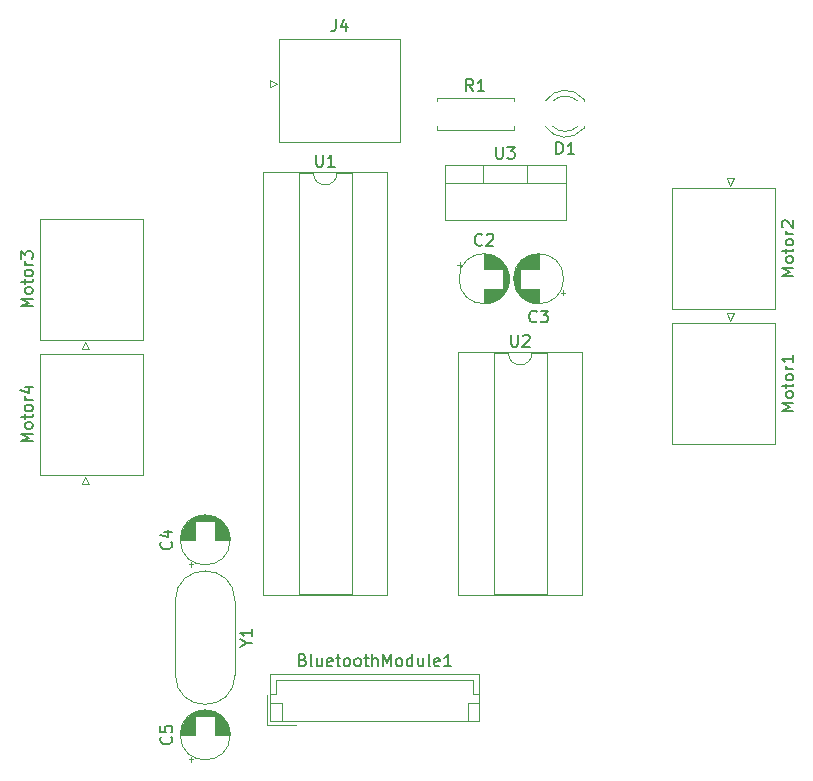
<source format=gbr>
G04 #@! TF.GenerationSoftware,KiCad,Pcbnew,(5.0.1)-4*
G04 #@! TF.CreationDate,2020-01-15T00:06:17+05:45*
G04 #@! TF.ProjectId,RC_Car,52435F4361722E6B696361645F706362,rev?*
G04 #@! TF.SameCoordinates,Original*
G04 #@! TF.FileFunction,Legend,Top*
G04 #@! TF.FilePolarity,Positive*
%FSLAX46Y46*%
G04 Gerber Fmt 4.6, Leading zero omitted, Abs format (unit mm)*
G04 Created by KiCad (PCBNEW (5.0.1)-4) date 15-Jan-20 12:06:17 AM*
%MOMM*%
%LPD*%
G01*
G04 APERTURE LIST*
%ADD10C,0.120000*%
%ADD11C,0.150000*%
G04 APERTURE END LIST*
D10*
G04 #@! TO.C,C2*
X62180199Y-39245000D02*
X62180199Y-39645000D01*
X61980199Y-39445000D02*
X62380199Y-39445000D01*
X66331000Y-40270000D02*
X66331000Y-41010000D01*
X66291000Y-40103000D02*
X66291000Y-41177000D01*
X66251000Y-39976000D02*
X66251000Y-41304000D01*
X66211000Y-39872000D02*
X66211000Y-41408000D01*
X66171000Y-39781000D02*
X66171000Y-41499000D01*
X66131000Y-39700000D02*
X66131000Y-41580000D01*
X66091000Y-39627000D02*
X66091000Y-41653000D01*
X66051000Y-39560000D02*
X66051000Y-41720000D01*
X66011000Y-39498000D02*
X66011000Y-41782000D01*
X65971000Y-39440000D02*
X65971000Y-41840000D01*
X65931000Y-39386000D02*
X65931000Y-41894000D01*
X65891000Y-39336000D02*
X65891000Y-41944000D01*
X65851000Y-39289000D02*
X65851000Y-41991000D01*
X65811000Y-41480000D02*
X65811000Y-42036000D01*
X65811000Y-39244000D02*
X65811000Y-39800000D01*
X65771000Y-41480000D02*
X65771000Y-42078000D01*
X65771000Y-39202000D02*
X65771000Y-39800000D01*
X65731000Y-41480000D02*
X65731000Y-42118000D01*
X65731000Y-39162000D02*
X65731000Y-39800000D01*
X65691000Y-41480000D02*
X65691000Y-42156000D01*
X65691000Y-39124000D02*
X65691000Y-39800000D01*
X65651000Y-41480000D02*
X65651000Y-42192000D01*
X65651000Y-39088000D02*
X65651000Y-39800000D01*
X65611000Y-41480000D02*
X65611000Y-42227000D01*
X65611000Y-39053000D02*
X65611000Y-39800000D01*
X65571000Y-41480000D02*
X65571000Y-42259000D01*
X65571000Y-39021000D02*
X65571000Y-39800000D01*
X65531000Y-41480000D02*
X65531000Y-42290000D01*
X65531000Y-38990000D02*
X65531000Y-39800000D01*
X65491000Y-41480000D02*
X65491000Y-42320000D01*
X65491000Y-38960000D02*
X65491000Y-39800000D01*
X65451000Y-41480000D02*
X65451000Y-42348000D01*
X65451000Y-38932000D02*
X65451000Y-39800000D01*
X65411000Y-41480000D02*
X65411000Y-42375000D01*
X65411000Y-38905000D02*
X65411000Y-39800000D01*
X65371000Y-41480000D02*
X65371000Y-42400000D01*
X65371000Y-38880000D02*
X65371000Y-39800000D01*
X65331000Y-41480000D02*
X65331000Y-42425000D01*
X65331000Y-38855000D02*
X65331000Y-39800000D01*
X65291000Y-41480000D02*
X65291000Y-42448000D01*
X65291000Y-38832000D02*
X65291000Y-39800000D01*
X65251000Y-41480000D02*
X65251000Y-42470000D01*
X65251000Y-38810000D02*
X65251000Y-39800000D01*
X65211000Y-41480000D02*
X65211000Y-42491000D01*
X65211000Y-38789000D02*
X65211000Y-39800000D01*
X65171000Y-41480000D02*
X65171000Y-42510000D01*
X65171000Y-38770000D02*
X65171000Y-39800000D01*
X65131000Y-41480000D02*
X65131000Y-42529000D01*
X65131000Y-38751000D02*
X65131000Y-39800000D01*
X65091000Y-41480000D02*
X65091000Y-42547000D01*
X65091000Y-38733000D02*
X65091000Y-39800000D01*
X65051000Y-41480000D02*
X65051000Y-42564000D01*
X65051000Y-38716000D02*
X65051000Y-39800000D01*
X65011000Y-41480000D02*
X65011000Y-42580000D01*
X65011000Y-38700000D02*
X65011000Y-39800000D01*
X64971000Y-41480000D02*
X64971000Y-42594000D01*
X64971000Y-38686000D02*
X64971000Y-39800000D01*
X64930000Y-41480000D02*
X64930000Y-42608000D01*
X64930000Y-38672000D02*
X64930000Y-39800000D01*
X64890000Y-41480000D02*
X64890000Y-42622000D01*
X64890000Y-38658000D02*
X64890000Y-39800000D01*
X64850000Y-41480000D02*
X64850000Y-42634000D01*
X64850000Y-38646000D02*
X64850000Y-39800000D01*
X64810000Y-41480000D02*
X64810000Y-42645000D01*
X64810000Y-38635000D02*
X64810000Y-39800000D01*
X64770000Y-41480000D02*
X64770000Y-42656000D01*
X64770000Y-38624000D02*
X64770000Y-39800000D01*
X64730000Y-41480000D02*
X64730000Y-42665000D01*
X64730000Y-38615000D02*
X64730000Y-39800000D01*
X64690000Y-41480000D02*
X64690000Y-42674000D01*
X64690000Y-38606000D02*
X64690000Y-39800000D01*
X64650000Y-41480000D02*
X64650000Y-42682000D01*
X64650000Y-38598000D02*
X64650000Y-39800000D01*
X64610000Y-41480000D02*
X64610000Y-42690000D01*
X64610000Y-38590000D02*
X64610000Y-39800000D01*
X64570000Y-41480000D02*
X64570000Y-42696000D01*
X64570000Y-38584000D02*
X64570000Y-39800000D01*
X64530000Y-41480000D02*
X64530000Y-42702000D01*
X64530000Y-38578000D02*
X64530000Y-39800000D01*
X64490000Y-41480000D02*
X64490000Y-42707000D01*
X64490000Y-38573000D02*
X64490000Y-39800000D01*
X64450000Y-41480000D02*
X64450000Y-42711000D01*
X64450000Y-38569000D02*
X64450000Y-39800000D01*
X64410000Y-41480000D02*
X64410000Y-42714000D01*
X64410000Y-38566000D02*
X64410000Y-39800000D01*
X64370000Y-41480000D02*
X64370000Y-42717000D01*
X64370000Y-38563000D02*
X64370000Y-39800000D01*
X64330000Y-38561000D02*
X64330000Y-39800000D01*
X64330000Y-41480000D02*
X64330000Y-42719000D01*
X64290000Y-38560000D02*
X64290000Y-39800000D01*
X64290000Y-41480000D02*
X64290000Y-42720000D01*
X64250000Y-38560000D02*
X64250000Y-39800000D01*
X64250000Y-41480000D02*
X64250000Y-42720000D01*
X66370000Y-40640000D02*
G75*
G03X66370000Y-40640000I-2120000J0D01*
G01*
G04 #@! TO.C,C3*
X70990000Y-40640000D02*
G75*
G03X70990000Y-40640000I-2120000J0D01*
G01*
X68870000Y-39800000D02*
X68870000Y-38560000D01*
X68870000Y-42720000D02*
X68870000Y-41480000D01*
X68830000Y-39800000D02*
X68830000Y-38560000D01*
X68830000Y-42720000D02*
X68830000Y-41480000D01*
X68790000Y-39800000D02*
X68790000Y-38561000D01*
X68790000Y-42719000D02*
X68790000Y-41480000D01*
X68750000Y-42717000D02*
X68750000Y-41480000D01*
X68750000Y-39800000D02*
X68750000Y-38563000D01*
X68710000Y-42714000D02*
X68710000Y-41480000D01*
X68710000Y-39800000D02*
X68710000Y-38566000D01*
X68670000Y-42711000D02*
X68670000Y-41480000D01*
X68670000Y-39800000D02*
X68670000Y-38569000D01*
X68630000Y-42707000D02*
X68630000Y-41480000D01*
X68630000Y-39800000D02*
X68630000Y-38573000D01*
X68590000Y-42702000D02*
X68590000Y-41480000D01*
X68590000Y-39800000D02*
X68590000Y-38578000D01*
X68550000Y-42696000D02*
X68550000Y-41480000D01*
X68550000Y-39800000D02*
X68550000Y-38584000D01*
X68510000Y-42690000D02*
X68510000Y-41480000D01*
X68510000Y-39800000D02*
X68510000Y-38590000D01*
X68470000Y-42682000D02*
X68470000Y-41480000D01*
X68470000Y-39800000D02*
X68470000Y-38598000D01*
X68430000Y-42674000D02*
X68430000Y-41480000D01*
X68430000Y-39800000D02*
X68430000Y-38606000D01*
X68390000Y-42665000D02*
X68390000Y-41480000D01*
X68390000Y-39800000D02*
X68390000Y-38615000D01*
X68350000Y-42656000D02*
X68350000Y-41480000D01*
X68350000Y-39800000D02*
X68350000Y-38624000D01*
X68310000Y-42645000D02*
X68310000Y-41480000D01*
X68310000Y-39800000D02*
X68310000Y-38635000D01*
X68270000Y-42634000D02*
X68270000Y-41480000D01*
X68270000Y-39800000D02*
X68270000Y-38646000D01*
X68230000Y-42622000D02*
X68230000Y-41480000D01*
X68230000Y-39800000D02*
X68230000Y-38658000D01*
X68190000Y-42608000D02*
X68190000Y-41480000D01*
X68190000Y-39800000D02*
X68190000Y-38672000D01*
X68149000Y-42594000D02*
X68149000Y-41480000D01*
X68149000Y-39800000D02*
X68149000Y-38686000D01*
X68109000Y-42580000D02*
X68109000Y-41480000D01*
X68109000Y-39800000D02*
X68109000Y-38700000D01*
X68069000Y-42564000D02*
X68069000Y-41480000D01*
X68069000Y-39800000D02*
X68069000Y-38716000D01*
X68029000Y-42547000D02*
X68029000Y-41480000D01*
X68029000Y-39800000D02*
X68029000Y-38733000D01*
X67989000Y-42529000D02*
X67989000Y-41480000D01*
X67989000Y-39800000D02*
X67989000Y-38751000D01*
X67949000Y-42510000D02*
X67949000Y-41480000D01*
X67949000Y-39800000D02*
X67949000Y-38770000D01*
X67909000Y-42491000D02*
X67909000Y-41480000D01*
X67909000Y-39800000D02*
X67909000Y-38789000D01*
X67869000Y-42470000D02*
X67869000Y-41480000D01*
X67869000Y-39800000D02*
X67869000Y-38810000D01*
X67829000Y-42448000D02*
X67829000Y-41480000D01*
X67829000Y-39800000D02*
X67829000Y-38832000D01*
X67789000Y-42425000D02*
X67789000Y-41480000D01*
X67789000Y-39800000D02*
X67789000Y-38855000D01*
X67749000Y-42400000D02*
X67749000Y-41480000D01*
X67749000Y-39800000D02*
X67749000Y-38880000D01*
X67709000Y-42375000D02*
X67709000Y-41480000D01*
X67709000Y-39800000D02*
X67709000Y-38905000D01*
X67669000Y-42348000D02*
X67669000Y-41480000D01*
X67669000Y-39800000D02*
X67669000Y-38932000D01*
X67629000Y-42320000D02*
X67629000Y-41480000D01*
X67629000Y-39800000D02*
X67629000Y-38960000D01*
X67589000Y-42290000D02*
X67589000Y-41480000D01*
X67589000Y-39800000D02*
X67589000Y-38990000D01*
X67549000Y-42259000D02*
X67549000Y-41480000D01*
X67549000Y-39800000D02*
X67549000Y-39021000D01*
X67509000Y-42227000D02*
X67509000Y-41480000D01*
X67509000Y-39800000D02*
X67509000Y-39053000D01*
X67469000Y-42192000D02*
X67469000Y-41480000D01*
X67469000Y-39800000D02*
X67469000Y-39088000D01*
X67429000Y-42156000D02*
X67429000Y-41480000D01*
X67429000Y-39800000D02*
X67429000Y-39124000D01*
X67389000Y-42118000D02*
X67389000Y-41480000D01*
X67389000Y-39800000D02*
X67389000Y-39162000D01*
X67349000Y-42078000D02*
X67349000Y-41480000D01*
X67349000Y-39800000D02*
X67349000Y-39202000D01*
X67309000Y-42036000D02*
X67309000Y-41480000D01*
X67309000Y-39800000D02*
X67309000Y-39244000D01*
X67269000Y-41991000D02*
X67269000Y-39289000D01*
X67229000Y-41944000D02*
X67229000Y-39336000D01*
X67189000Y-41894000D02*
X67189000Y-39386000D01*
X67149000Y-41840000D02*
X67149000Y-39440000D01*
X67109000Y-41782000D02*
X67109000Y-39498000D01*
X67069000Y-41720000D02*
X67069000Y-39560000D01*
X67029000Y-41653000D02*
X67029000Y-39627000D01*
X66989000Y-41580000D02*
X66989000Y-39700000D01*
X66949000Y-41499000D02*
X66949000Y-39781000D01*
X66909000Y-41408000D02*
X66909000Y-39872000D01*
X66869000Y-41304000D02*
X66869000Y-39976000D01*
X66829000Y-41177000D02*
X66829000Y-40103000D01*
X66789000Y-41010000D02*
X66789000Y-40270000D01*
X71139801Y-41835000D02*
X70739801Y-41835000D01*
X70939801Y-42035000D02*
X70939801Y-41635000D01*
G04 #@! TO.C,C4*
X39245000Y-64819801D02*
X39645000Y-64819801D01*
X39445000Y-65019801D02*
X39445000Y-64619801D01*
X40270000Y-60669000D02*
X41010000Y-60669000D01*
X40103000Y-60709000D02*
X41177000Y-60709000D01*
X39976000Y-60749000D02*
X41304000Y-60749000D01*
X39872000Y-60789000D02*
X41408000Y-60789000D01*
X39781000Y-60829000D02*
X41499000Y-60829000D01*
X39700000Y-60869000D02*
X41580000Y-60869000D01*
X39627000Y-60909000D02*
X41653000Y-60909000D01*
X39560000Y-60949000D02*
X41720000Y-60949000D01*
X39498000Y-60989000D02*
X41782000Y-60989000D01*
X39440000Y-61029000D02*
X41840000Y-61029000D01*
X39386000Y-61069000D02*
X41894000Y-61069000D01*
X39336000Y-61109000D02*
X41944000Y-61109000D01*
X39289000Y-61149000D02*
X41991000Y-61149000D01*
X41480000Y-61189000D02*
X42036000Y-61189000D01*
X39244000Y-61189000D02*
X39800000Y-61189000D01*
X41480000Y-61229000D02*
X42078000Y-61229000D01*
X39202000Y-61229000D02*
X39800000Y-61229000D01*
X41480000Y-61269000D02*
X42118000Y-61269000D01*
X39162000Y-61269000D02*
X39800000Y-61269000D01*
X41480000Y-61309000D02*
X42156000Y-61309000D01*
X39124000Y-61309000D02*
X39800000Y-61309000D01*
X41480000Y-61349000D02*
X42192000Y-61349000D01*
X39088000Y-61349000D02*
X39800000Y-61349000D01*
X41480000Y-61389000D02*
X42227000Y-61389000D01*
X39053000Y-61389000D02*
X39800000Y-61389000D01*
X41480000Y-61429000D02*
X42259000Y-61429000D01*
X39021000Y-61429000D02*
X39800000Y-61429000D01*
X41480000Y-61469000D02*
X42290000Y-61469000D01*
X38990000Y-61469000D02*
X39800000Y-61469000D01*
X41480000Y-61509000D02*
X42320000Y-61509000D01*
X38960000Y-61509000D02*
X39800000Y-61509000D01*
X41480000Y-61549000D02*
X42348000Y-61549000D01*
X38932000Y-61549000D02*
X39800000Y-61549000D01*
X41480000Y-61589000D02*
X42375000Y-61589000D01*
X38905000Y-61589000D02*
X39800000Y-61589000D01*
X41480000Y-61629000D02*
X42400000Y-61629000D01*
X38880000Y-61629000D02*
X39800000Y-61629000D01*
X41480000Y-61669000D02*
X42425000Y-61669000D01*
X38855000Y-61669000D02*
X39800000Y-61669000D01*
X41480000Y-61709000D02*
X42448000Y-61709000D01*
X38832000Y-61709000D02*
X39800000Y-61709000D01*
X41480000Y-61749000D02*
X42470000Y-61749000D01*
X38810000Y-61749000D02*
X39800000Y-61749000D01*
X41480000Y-61789000D02*
X42491000Y-61789000D01*
X38789000Y-61789000D02*
X39800000Y-61789000D01*
X41480000Y-61829000D02*
X42510000Y-61829000D01*
X38770000Y-61829000D02*
X39800000Y-61829000D01*
X41480000Y-61869000D02*
X42529000Y-61869000D01*
X38751000Y-61869000D02*
X39800000Y-61869000D01*
X41480000Y-61909000D02*
X42547000Y-61909000D01*
X38733000Y-61909000D02*
X39800000Y-61909000D01*
X41480000Y-61949000D02*
X42564000Y-61949000D01*
X38716000Y-61949000D02*
X39800000Y-61949000D01*
X41480000Y-61989000D02*
X42580000Y-61989000D01*
X38700000Y-61989000D02*
X39800000Y-61989000D01*
X41480000Y-62029000D02*
X42594000Y-62029000D01*
X38686000Y-62029000D02*
X39800000Y-62029000D01*
X41480000Y-62070000D02*
X42608000Y-62070000D01*
X38672000Y-62070000D02*
X39800000Y-62070000D01*
X41480000Y-62110000D02*
X42622000Y-62110000D01*
X38658000Y-62110000D02*
X39800000Y-62110000D01*
X41480000Y-62150000D02*
X42634000Y-62150000D01*
X38646000Y-62150000D02*
X39800000Y-62150000D01*
X41480000Y-62190000D02*
X42645000Y-62190000D01*
X38635000Y-62190000D02*
X39800000Y-62190000D01*
X41480000Y-62230000D02*
X42656000Y-62230000D01*
X38624000Y-62230000D02*
X39800000Y-62230000D01*
X41480000Y-62270000D02*
X42665000Y-62270000D01*
X38615000Y-62270000D02*
X39800000Y-62270000D01*
X41480000Y-62310000D02*
X42674000Y-62310000D01*
X38606000Y-62310000D02*
X39800000Y-62310000D01*
X41480000Y-62350000D02*
X42682000Y-62350000D01*
X38598000Y-62350000D02*
X39800000Y-62350000D01*
X41480000Y-62390000D02*
X42690000Y-62390000D01*
X38590000Y-62390000D02*
X39800000Y-62390000D01*
X41480000Y-62430000D02*
X42696000Y-62430000D01*
X38584000Y-62430000D02*
X39800000Y-62430000D01*
X41480000Y-62470000D02*
X42702000Y-62470000D01*
X38578000Y-62470000D02*
X39800000Y-62470000D01*
X41480000Y-62510000D02*
X42707000Y-62510000D01*
X38573000Y-62510000D02*
X39800000Y-62510000D01*
X41480000Y-62550000D02*
X42711000Y-62550000D01*
X38569000Y-62550000D02*
X39800000Y-62550000D01*
X41480000Y-62590000D02*
X42714000Y-62590000D01*
X38566000Y-62590000D02*
X39800000Y-62590000D01*
X41480000Y-62630000D02*
X42717000Y-62630000D01*
X38563000Y-62630000D02*
X39800000Y-62630000D01*
X38561000Y-62670000D02*
X39800000Y-62670000D01*
X41480000Y-62670000D02*
X42719000Y-62670000D01*
X38560000Y-62710000D02*
X39800000Y-62710000D01*
X41480000Y-62710000D02*
X42720000Y-62710000D01*
X38560000Y-62750000D02*
X39800000Y-62750000D01*
X41480000Y-62750000D02*
X42720000Y-62750000D01*
X42760000Y-62750000D02*
G75*
G03X42760000Y-62750000I-2120000J0D01*
G01*
G04 #@! TO.C,C5*
X42760000Y-79260000D02*
G75*
G03X42760000Y-79260000I-2120000J0D01*
G01*
X41480000Y-79260000D02*
X42720000Y-79260000D01*
X38560000Y-79260000D02*
X39800000Y-79260000D01*
X41480000Y-79220000D02*
X42720000Y-79220000D01*
X38560000Y-79220000D02*
X39800000Y-79220000D01*
X41480000Y-79180000D02*
X42719000Y-79180000D01*
X38561000Y-79180000D02*
X39800000Y-79180000D01*
X38563000Y-79140000D02*
X39800000Y-79140000D01*
X41480000Y-79140000D02*
X42717000Y-79140000D01*
X38566000Y-79100000D02*
X39800000Y-79100000D01*
X41480000Y-79100000D02*
X42714000Y-79100000D01*
X38569000Y-79060000D02*
X39800000Y-79060000D01*
X41480000Y-79060000D02*
X42711000Y-79060000D01*
X38573000Y-79020000D02*
X39800000Y-79020000D01*
X41480000Y-79020000D02*
X42707000Y-79020000D01*
X38578000Y-78980000D02*
X39800000Y-78980000D01*
X41480000Y-78980000D02*
X42702000Y-78980000D01*
X38584000Y-78940000D02*
X39800000Y-78940000D01*
X41480000Y-78940000D02*
X42696000Y-78940000D01*
X38590000Y-78900000D02*
X39800000Y-78900000D01*
X41480000Y-78900000D02*
X42690000Y-78900000D01*
X38598000Y-78860000D02*
X39800000Y-78860000D01*
X41480000Y-78860000D02*
X42682000Y-78860000D01*
X38606000Y-78820000D02*
X39800000Y-78820000D01*
X41480000Y-78820000D02*
X42674000Y-78820000D01*
X38615000Y-78780000D02*
X39800000Y-78780000D01*
X41480000Y-78780000D02*
X42665000Y-78780000D01*
X38624000Y-78740000D02*
X39800000Y-78740000D01*
X41480000Y-78740000D02*
X42656000Y-78740000D01*
X38635000Y-78700000D02*
X39800000Y-78700000D01*
X41480000Y-78700000D02*
X42645000Y-78700000D01*
X38646000Y-78660000D02*
X39800000Y-78660000D01*
X41480000Y-78660000D02*
X42634000Y-78660000D01*
X38658000Y-78620000D02*
X39800000Y-78620000D01*
X41480000Y-78620000D02*
X42622000Y-78620000D01*
X38672000Y-78580000D02*
X39800000Y-78580000D01*
X41480000Y-78580000D02*
X42608000Y-78580000D01*
X38686000Y-78539000D02*
X39800000Y-78539000D01*
X41480000Y-78539000D02*
X42594000Y-78539000D01*
X38700000Y-78499000D02*
X39800000Y-78499000D01*
X41480000Y-78499000D02*
X42580000Y-78499000D01*
X38716000Y-78459000D02*
X39800000Y-78459000D01*
X41480000Y-78459000D02*
X42564000Y-78459000D01*
X38733000Y-78419000D02*
X39800000Y-78419000D01*
X41480000Y-78419000D02*
X42547000Y-78419000D01*
X38751000Y-78379000D02*
X39800000Y-78379000D01*
X41480000Y-78379000D02*
X42529000Y-78379000D01*
X38770000Y-78339000D02*
X39800000Y-78339000D01*
X41480000Y-78339000D02*
X42510000Y-78339000D01*
X38789000Y-78299000D02*
X39800000Y-78299000D01*
X41480000Y-78299000D02*
X42491000Y-78299000D01*
X38810000Y-78259000D02*
X39800000Y-78259000D01*
X41480000Y-78259000D02*
X42470000Y-78259000D01*
X38832000Y-78219000D02*
X39800000Y-78219000D01*
X41480000Y-78219000D02*
X42448000Y-78219000D01*
X38855000Y-78179000D02*
X39800000Y-78179000D01*
X41480000Y-78179000D02*
X42425000Y-78179000D01*
X38880000Y-78139000D02*
X39800000Y-78139000D01*
X41480000Y-78139000D02*
X42400000Y-78139000D01*
X38905000Y-78099000D02*
X39800000Y-78099000D01*
X41480000Y-78099000D02*
X42375000Y-78099000D01*
X38932000Y-78059000D02*
X39800000Y-78059000D01*
X41480000Y-78059000D02*
X42348000Y-78059000D01*
X38960000Y-78019000D02*
X39800000Y-78019000D01*
X41480000Y-78019000D02*
X42320000Y-78019000D01*
X38990000Y-77979000D02*
X39800000Y-77979000D01*
X41480000Y-77979000D02*
X42290000Y-77979000D01*
X39021000Y-77939000D02*
X39800000Y-77939000D01*
X41480000Y-77939000D02*
X42259000Y-77939000D01*
X39053000Y-77899000D02*
X39800000Y-77899000D01*
X41480000Y-77899000D02*
X42227000Y-77899000D01*
X39088000Y-77859000D02*
X39800000Y-77859000D01*
X41480000Y-77859000D02*
X42192000Y-77859000D01*
X39124000Y-77819000D02*
X39800000Y-77819000D01*
X41480000Y-77819000D02*
X42156000Y-77819000D01*
X39162000Y-77779000D02*
X39800000Y-77779000D01*
X41480000Y-77779000D02*
X42118000Y-77779000D01*
X39202000Y-77739000D02*
X39800000Y-77739000D01*
X41480000Y-77739000D02*
X42078000Y-77739000D01*
X39244000Y-77699000D02*
X39800000Y-77699000D01*
X41480000Y-77699000D02*
X42036000Y-77699000D01*
X39289000Y-77659000D02*
X41991000Y-77659000D01*
X39336000Y-77619000D02*
X41944000Y-77619000D01*
X39386000Y-77579000D02*
X41894000Y-77579000D01*
X39440000Y-77539000D02*
X41840000Y-77539000D01*
X39498000Y-77499000D02*
X41782000Y-77499000D01*
X39560000Y-77459000D02*
X41720000Y-77459000D01*
X39627000Y-77419000D02*
X41653000Y-77419000D01*
X39700000Y-77379000D02*
X41580000Y-77379000D01*
X39781000Y-77339000D02*
X41499000Y-77339000D01*
X39872000Y-77299000D02*
X41408000Y-77299000D01*
X39976000Y-77259000D02*
X41304000Y-77259000D01*
X40103000Y-77219000D02*
X41177000Y-77219000D01*
X40270000Y-77179000D02*
X41010000Y-77179000D01*
X39445000Y-81529801D02*
X39445000Y-81129801D01*
X39245000Y-81329801D02*
X39645000Y-81329801D01*
G04 #@! TO.C,D1*
X72680000Y-27906000D02*
X72680000Y-27750000D01*
X72680000Y-25590000D02*
X72680000Y-25434000D01*
X69447665Y-27748608D02*
G75*
G03X72680000Y-27905516I1672335J1078608D01*
G01*
X69447665Y-25591392D02*
G75*
G02X72680000Y-25434484I1672335J-1078608D01*
G01*
X70078870Y-27749837D02*
G75*
G03X72160961Y-27750000I1041130J1079837D01*
G01*
X70078870Y-25590163D02*
G75*
G02X72160961Y-25590000I1041130J-1079837D01*
G01*
G04 #@! TO.C,J4*
X46920000Y-20320000D02*
X46920000Y-29040000D01*
X46920000Y-29040000D02*
X57140000Y-29040000D01*
X57140000Y-29040000D02*
X57140000Y-20320000D01*
X57140000Y-20320000D02*
X46920000Y-20320000D01*
X46720000Y-24130000D02*
X46120000Y-24430000D01*
X46120000Y-24430000D02*
X46120000Y-23830000D01*
X46120000Y-23830000D02*
X46720000Y-24130000D01*
G04 #@! TO.C,Motor1*
X88900000Y-44380000D02*
X80180000Y-44380000D01*
X80180000Y-44380000D02*
X80180000Y-54600000D01*
X80180000Y-54600000D02*
X88900000Y-54600000D01*
X88900000Y-54600000D02*
X88900000Y-44380000D01*
X85090000Y-44180000D02*
X84790000Y-43580000D01*
X84790000Y-43580000D02*
X85390000Y-43580000D01*
X85390000Y-43580000D02*
X85090000Y-44180000D01*
G04 #@! TO.C,Motor2*
X85390000Y-32150000D02*
X85090000Y-32750000D01*
X84790000Y-32150000D02*
X85390000Y-32150000D01*
X85090000Y-32750000D02*
X84790000Y-32150000D01*
X88900000Y-43170000D02*
X88900000Y-32950000D01*
X80180000Y-43170000D02*
X88900000Y-43170000D01*
X80180000Y-32950000D02*
X80180000Y-43170000D01*
X88900000Y-32950000D02*
X80180000Y-32950000D01*
G04 #@! TO.C,Motor3*
X26670000Y-45790000D02*
X35390000Y-45790000D01*
X35390000Y-45790000D02*
X35390000Y-35570000D01*
X35390000Y-35570000D02*
X26670000Y-35570000D01*
X26670000Y-35570000D02*
X26670000Y-45790000D01*
X30480000Y-45990000D02*
X30780000Y-46590000D01*
X30780000Y-46590000D02*
X30180000Y-46590000D01*
X30180000Y-46590000D02*
X30480000Y-45990000D01*
G04 #@! TO.C,Motor4*
X30180000Y-58020000D02*
X30480000Y-57420000D01*
X30780000Y-58020000D02*
X30180000Y-58020000D01*
X30480000Y-57420000D02*
X30780000Y-58020000D01*
X26670000Y-47000000D02*
X26670000Y-57220000D01*
X35390000Y-47000000D02*
X26670000Y-47000000D01*
X35390000Y-57220000D02*
X35390000Y-47000000D01*
X26670000Y-57220000D02*
X35390000Y-57220000D01*
G04 #@! TO.C,R1*
X60230000Y-25630000D02*
X60230000Y-25300000D01*
X60230000Y-25300000D02*
X66770000Y-25300000D01*
X66770000Y-25300000D02*
X66770000Y-25630000D01*
X60230000Y-27710000D02*
X60230000Y-28040000D01*
X60230000Y-28040000D02*
X66770000Y-28040000D01*
X66770000Y-28040000D02*
X66770000Y-27710000D01*
G04 #@! TO.C,U1*
X51800000Y-31690000D02*
G75*
G02X49800000Y-31690000I-1000000J0D01*
G01*
X49800000Y-31690000D02*
X48550000Y-31690000D01*
X48550000Y-31690000D02*
X48550000Y-67370000D01*
X48550000Y-67370000D02*
X53050000Y-67370000D01*
X53050000Y-67370000D02*
X53050000Y-31690000D01*
X53050000Y-31690000D02*
X51800000Y-31690000D01*
X45550000Y-31630000D02*
X45550000Y-67430000D01*
X45550000Y-67430000D02*
X56050000Y-67430000D01*
X56050000Y-67430000D02*
X56050000Y-31630000D01*
X56050000Y-31630000D02*
X45550000Y-31630000D01*
G04 #@! TO.C,U2*
X68310000Y-46930000D02*
G75*
G02X66310000Y-46930000I-1000000J0D01*
G01*
X66310000Y-46930000D02*
X65060000Y-46930000D01*
X65060000Y-46930000D02*
X65060000Y-67370000D01*
X65060000Y-67370000D02*
X69560000Y-67370000D01*
X69560000Y-67370000D02*
X69560000Y-46930000D01*
X69560000Y-46930000D02*
X68310000Y-46930000D01*
X62060000Y-46870000D02*
X62060000Y-67430000D01*
X62060000Y-67430000D02*
X72560000Y-67430000D01*
X72560000Y-67430000D02*
X72560000Y-46870000D01*
X72560000Y-46870000D02*
X62060000Y-46870000D01*
G04 #@! TO.C,U3*
X60920000Y-31020000D02*
X71160000Y-31020000D01*
X60920000Y-35661000D02*
X71160000Y-35661000D01*
X60920000Y-31020000D02*
X60920000Y-35661000D01*
X71160000Y-31020000D02*
X71160000Y-35661000D01*
X60920000Y-32530000D02*
X71160000Y-32530000D01*
X64190000Y-31020000D02*
X64190000Y-32530000D01*
X67891000Y-31020000D02*
X67891000Y-32530000D01*
G04 #@! TO.C,Y1*
X43165000Y-67905000D02*
X43165000Y-74155000D01*
X38115000Y-67905000D02*
X38115000Y-74155000D01*
X38115000Y-67905000D02*
G75*
G02X43165000Y-67905000I2525000J0D01*
G01*
X38115000Y-74155000D02*
G75*
G03X43165000Y-74155000I2525000J0D01*
G01*
G04 #@! TO.C,BluetoothModule1*
X46135001Y-74075001D02*
X46135001Y-78095001D01*
X46135001Y-78095001D02*
X63855001Y-78095001D01*
X63855001Y-78095001D02*
X63855001Y-74075001D01*
X63855001Y-74075001D02*
X46135001Y-74075001D01*
X46135001Y-75785001D02*
X46635001Y-75785001D01*
X46635001Y-75785001D02*
X46635001Y-74575001D01*
X46635001Y-74575001D02*
X63355001Y-74575001D01*
X63355001Y-74575001D02*
X63355001Y-75785001D01*
X63355001Y-75785001D02*
X63855001Y-75785001D01*
X46135001Y-76595001D02*
X47135001Y-76595001D01*
X47135001Y-76595001D02*
X47135001Y-78095001D01*
X63855001Y-76595001D02*
X62855001Y-76595001D01*
X62855001Y-76595001D02*
X62855001Y-78095001D01*
X45835001Y-75895001D02*
X45835001Y-78395001D01*
X45835001Y-78395001D02*
X48335001Y-78395001D01*
G04 #@! TO.C,C2*
D11*
X64083333Y-37747142D02*
X64035714Y-37794761D01*
X63892857Y-37842380D01*
X63797619Y-37842380D01*
X63654761Y-37794761D01*
X63559523Y-37699523D01*
X63511904Y-37604285D01*
X63464285Y-37413809D01*
X63464285Y-37270952D01*
X63511904Y-37080476D01*
X63559523Y-36985238D01*
X63654761Y-36890000D01*
X63797619Y-36842380D01*
X63892857Y-36842380D01*
X64035714Y-36890000D01*
X64083333Y-36937619D01*
X64464285Y-36937619D02*
X64511904Y-36890000D01*
X64607142Y-36842380D01*
X64845238Y-36842380D01*
X64940476Y-36890000D01*
X64988095Y-36937619D01*
X65035714Y-37032857D01*
X65035714Y-37128095D01*
X64988095Y-37270952D01*
X64416666Y-37842380D01*
X65035714Y-37842380D01*
G04 #@! TO.C,C3*
X68703333Y-44247142D02*
X68655714Y-44294761D01*
X68512857Y-44342380D01*
X68417619Y-44342380D01*
X68274761Y-44294761D01*
X68179523Y-44199523D01*
X68131904Y-44104285D01*
X68084285Y-43913809D01*
X68084285Y-43770952D01*
X68131904Y-43580476D01*
X68179523Y-43485238D01*
X68274761Y-43390000D01*
X68417619Y-43342380D01*
X68512857Y-43342380D01*
X68655714Y-43390000D01*
X68703333Y-43437619D01*
X69036666Y-43342380D02*
X69655714Y-43342380D01*
X69322380Y-43723333D01*
X69465238Y-43723333D01*
X69560476Y-43770952D01*
X69608095Y-43818571D01*
X69655714Y-43913809D01*
X69655714Y-44151904D01*
X69608095Y-44247142D01*
X69560476Y-44294761D01*
X69465238Y-44342380D01*
X69179523Y-44342380D01*
X69084285Y-44294761D01*
X69036666Y-44247142D01*
G04 #@! TO.C,C4*
X37747142Y-62916666D02*
X37794761Y-62964285D01*
X37842380Y-63107142D01*
X37842380Y-63202380D01*
X37794761Y-63345238D01*
X37699523Y-63440476D01*
X37604285Y-63488095D01*
X37413809Y-63535714D01*
X37270952Y-63535714D01*
X37080476Y-63488095D01*
X36985238Y-63440476D01*
X36890000Y-63345238D01*
X36842380Y-63202380D01*
X36842380Y-63107142D01*
X36890000Y-62964285D01*
X36937619Y-62916666D01*
X37175714Y-62059523D02*
X37842380Y-62059523D01*
X36794761Y-62297619D02*
X37509047Y-62535714D01*
X37509047Y-61916666D01*
G04 #@! TO.C,C5*
X37747142Y-79426666D02*
X37794761Y-79474285D01*
X37842380Y-79617142D01*
X37842380Y-79712380D01*
X37794761Y-79855238D01*
X37699523Y-79950476D01*
X37604285Y-79998095D01*
X37413809Y-80045714D01*
X37270952Y-80045714D01*
X37080476Y-79998095D01*
X36985238Y-79950476D01*
X36890000Y-79855238D01*
X36842380Y-79712380D01*
X36842380Y-79617142D01*
X36890000Y-79474285D01*
X36937619Y-79426666D01*
X36842380Y-78521904D02*
X36842380Y-78998095D01*
X37318571Y-79045714D01*
X37270952Y-78998095D01*
X37223333Y-78902857D01*
X37223333Y-78664761D01*
X37270952Y-78569523D01*
X37318571Y-78521904D01*
X37413809Y-78474285D01*
X37651904Y-78474285D01*
X37747142Y-78521904D01*
X37794761Y-78569523D01*
X37842380Y-78664761D01*
X37842380Y-78902857D01*
X37794761Y-78998095D01*
X37747142Y-79045714D01*
G04 #@! TO.C,D1*
X70381904Y-30082380D02*
X70381904Y-29082380D01*
X70620000Y-29082380D01*
X70762857Y-29130000D01*
X70858095Y-29225238D01*
X70905714Y-29320476D01*
X70953333Y-29510952D01*
X70953333Y-29653809D01*
X70905714Y-29844285D01*
X70858095Y-29939523D01*
X70762857Y-30034761D01*
X70620000Y-30082380D01*
X70381904Y-30082380D01*
X71905714Y-30082380D02*
X71334285Y-30082380D01*
X71620000Y-30082380D02*
X71620000Y-29082380D01*
X71524761Y-29225238D01*
X71429523Y-29320476D01*
X71334285Y-29368095D01*
G04 #@! TO.C,J4*
X51696666Y-18682380D02*
X51696666Y-19396666D01*
X51649047Y-19539523D01*
X51553809Y-19634761D01*
X51410952Y-19682380D01*
X51315714Y-19682380D01*
X52601428Y-19015714D02*
X52601428Y-19682380D01*
X52363333Y-18634761D02*
X52125238Y-19349047D01*
X52744285Y-19349047D01*
G04 #@! TO.C,Motor1*
X90442380Y-51799523D02*
X89442380Y-51799523D01*
X90156666Y-51466190D01*
X89442380Y-51132857D01*
X90442380Y-51132857D01*
X90442380Y-50513809D02*
X90394761Y-50609047D01*
X90347142Y-50656666D01*
X90251904Y-50704285D01*
X89966190Y-50704285D01*
X89870952Y-50656666D01*
X89823333Y-50609047D01*
X89775714Y-50513809D01*
X89775714Y-50370952D01*
X89823333Y-50275714D01*
X89870952Y-50228095D01*
X89966190Y-50180476D01*
X90251904Y-50180476D01*
X90347142Y-50228095D01*
X90394761Y-50275714D01*
X90442380Y-50370952D01*
X90442380Y-50513809D01*
X89775714Y-49894761D02*
X89775714Y-49513809D01*
X89442380Y-49751904D02*
X90299523Y-49751904D01*
X90394761Y-49704285D01*
X90442380Y-49609047D01*
X90442380Y-49513809D01*
X90442380Y-49037619D02*
X90394761Y-49132857D01*
X90347142Y-49180476D01*
X90251904Y-49228095D01*
X89966190Y-49228095D01*
X89870952Y-49180476D01*
X89823333Y-49132857D01*
X89775714Y-49037619D01*
X89775714Y-48894761D01*
X89823333Y-48799523D01*
X89870952Y-48751904D01*
X89966190Y-48704285D01*
X90251904Y-48704285D01*
X90347142Y-48751904D01*
X90394761Y-48799523D01*
X90442380Y-48894761D01*
X90442380Y-49037619D01*
X90442380Y-48275714D02*
X89775714Y-48275714D01*
X89966190Y-48275714D02*
X89870952Y-48228095D01*
X89823333Y-48180476D01*
X89775714Y-48085238D01*
X89775714Y-47990000D01*
X90442380Y-47132857D02*
X90442380Y-47704285D01*
X90442380Y-47418571D02*
X89442380Y-47418571D01*
X89585238Y-47513809D01*
X89680476Y-47609047D01*
X89728095Y-47704285D01*
G04 #@! TO.C,Motor2*
X90442380Y-40369523D02*
X89442380Y-40369523D01*
X90156666Y-40036190D01*
X89442380Y-39702857D01*
X90442380Y-39702857D01*
X90442380Y-39083809D02*
X90394761Y-39179047D01*
X90347142Y-39226666D01*
X90251904Y-39274285D01*
X89966190Y-39274285D01*
X89870952Y-39226666D01*
X89823333Y-39179047D01*
X89775714Y-39083809D01*
X89775714Y-38940952D01*
X89823333Y-38845714D01*
X89870952Y-38798095D01*
X89966190Y-38750476D01*
X90251904Y-38750476D01*
X90347142Y-38798095D01*
X90394761Y-38845714D01*
X90442380Y-38940952D01*
X90442380Y-39083809D01*
X89775714Y-38464761D02*
X89775714Y-38083809D01*
X89442380Y-38321904D02*
X90299523Y-38321904D01*
X90394761Y-38274285D01*
X90442380Y-38179047D01*
X90442380Y-38083809D01*
X90442380Y-37607619D02*
X90394761Y-37702857D01*
X90347142Y-37750476D01*
X90251904Y-37798095D01*
X89966190Y-37798095D01*
X89870952Y-37750476D01*
X89823333Y-37702857D01*
X89775714Y-37607619D01*
X89775714Y-37464761D01*
X89823333Y-37369523D01*
X89870952Y-37321904D01*
X89966190Y-37274285D01*
X90251904Y-37274285D01*
X90347142Y-37321904D01*
X90394761Y-37369523D01*
X90442380Y-37464761D01*
X90442380Y-37607619D01*
X90442380Y-36845714D02*
X89775714Y-36845714D01*
X89966190Y-36845714D02*
X89870952Y-36798095D01*
X89823333Y-36750476D01*
X89775714Y-36655238D01*
X89775714Y-36560000D01*
X89537619Y-36274285D02*
X89490000Y-36226666D01*
X89442380Y-36131428D01*
X89442380Y-35893333D01*
X89490000Y-35798095D01*
X89537619Y-35750476D01*
X89632857Y-35702857D01*
X89728095Y-35702857D01*
X89870952Y-35750476D01*
X90442380Y-36321904D01*
X90442380Y-35702857D01*
G04 #@! TO.C,Motor3*
X26032380Y-42989523D02*
X25032380Y-42989523D01*
X25746666Y-42656190D01*
X25032380Y-42322857D01*
X26032380Y-42322857D01*
X26032380Y-41703809D02*
X25984761Y-41799047D01*
X25937142Y-41846666D01*
X25841904Y-41894285D01*
X25556190Y-41894285D01*
X25460952Y-41846666D01*
X25413333Y-41799047D01*
X25365714Y-41703809D01*
X25365714Y-41560952D01*
X25413333Y-41465714D01*
X25460952Y-41418095D01*
X25556190Y-41370476D01*
X25841904Y-41370476D01*
X25937142Y-41418095D01*
X25984761Y-41465714D01*
X26032380Y-41560952D01*
X26032380Y-41703809D01*
X25365714Y-41084761D02*
X25365714Y-40703809D01*
X25032380Y-40941904D02*
X25889523Y-40941904D01*
X25984761Y-40894285D01*
X26032380Y-40799047D01*
X26032380Y-40703809D01*
X26032380Y-40227619D02*
X25984761Y-40322857D01*
X25937142Y-40370476D01*
X25841904Y-40418095D01*
X25556190Y-40418095D01*
X25460952Y-40370476D01*
X25413333Y-40322857D01*
X25365714Y-40227619D01*
X25365714Y-40084761D01*
X25413333Y-39989523D01*
X25460952Y-39941904D01*
X25556190Y-39894285D01*
X25841904Y-39894285D01*
X25937142Y-39941904D01*
X25984761Y-39989523D01*
X26032380Y-40084761D01*
X26032380Y-40227619D01*
X26032380Y-39465714D02*
X25365714Y-39465714D01*
X25556190Y-39465714D02*
X25460952Y-39418095D01*
X25413333Y-39370476D01*
X25365714Y-39275238D01*
X25365714Y-39180000D01*
X25032380Y-38941904D02*
X25032380Y-38322857D01*
X25413333Y-38656190D01*
X25413333Y-38513333D01*
X25460952Y-38418095D01*
X25508571Y-38370476D01*
X25603809Y-38322857D01*
X25841904Y-38322857D01*
X25937142Y-38370476D01*
X25984761Y-38418095D01*
X26032380Y-38513333D01*
X26032380Y-38799047D01*
X25984761Y-38894285D01*
X25937142Y-38941904D01*
G04 #@! TO.C,Motor4*
X26032380Y-54419523D02*
X25032380Y-54419523D01*
X25746666Y-54086190D01*
X25032380Y-53752857D01*
X26032380Y-53752857D01*
X26032380Y-53133809D02*
X25984761Y-53229047D01*
X25937142Y-53276666D01*
X25841904Y-53324285D01*
X25556190Y-53324285D01*
X25460952Y-53276666D01*
X25413333Y-53229047D01*
X25365714Y-53133809D01*
X25365714Y-52990952D01*
X25413333Y-52895714D01*
X25460952Y-52848095D01*
X25556190Y-52800476D01*
X25841904Y-52800476D01*
X25937142Y-52848095D01*
X25984761Y-52895714D01*
X26032380Y-52990952D01*
X26032380Y-53133809D01*
X25365714Y-52514761D02*
X25365714Y-52133809D01*
X25032380Y-52371904D02*
X25889523Y-52371904D01*
X25984761Y-52324285D01*
X26032380Y-52229047D01*
X26032380Y-52133809D01*
X26032380Y-51657619D02*
X25984761Y-51752857D01*
X25937142Y-51800476D01*
X25841904Y-51848095D01*
X25556190Y-51848095D01*
X25460952Y-51800476D01*
X25413333Y-51752857D01*
X25365714Y-51657619D01*
X25365714Y-51514761D01*
X25413333Y-51419523D01*
X25460952Y-51371904D01*
X25556190Y-51324285D01*
X25841904Y-51324285D01*
X25937142Y-51371904D01*
X25984761Y-51419523D01*
X26032380Y-51514761D01*
X26032380Y-51657619D01*
X26032380Y-50895714D02*
X25365714Y-50895714D01*
X25556190Y-50895714D02*
X25460952Y-50848095D01*
X25413333Y-50800476D01*
X25365714Y-50705238D01*
X25365714Y-50610000D01*
X25365714Y-49848095D02*
X26032380Y-49848095D01*
X24984761Y-50086190D02*
X25699047Y-50324285D01*
X25699047Y-49705238D01*
G04 #@! TO.C,R1*
X63333333Y-24752380D02*
X63000000Y-24276190D01*
X62761904Y-24752380D02*
X62761904Y-23752380D01*
X63142857Y-23752380D01*
X63238095Y-23800000D01*
X63285714Y-23847619D01*
X63333333Y-23942857D01*
X63333333Y-24085714D01*
X63285714Y-24180952D01*
X63238095Y-24228571D01*
X63142857Y-24276190D01*
X62761904Y-24276190D01*
X64285714Y-24752380D02*
X63714285Y-24752380D01*
X64000000Y-24752380D02*
X64000000Y-23752380D01*
X63904761Y-23895238D01*
X63809523Y-23990476D01*
X63714285Y-24038095D01*
G04 #@! TO.C,U1*
X50038095Y-30142380D02*
X50038095Y-30951904D01*
X50085714Y-31047142D01*
X50133333Y-31094761D01*
X50228571Y-31142380D01*
X50419047Y-31142380D01*
X50514285Y-31094761D01*
X50561904Y-31047142D01*
X50609523Y-30951904D01*
X50609523Y-30142380D01*
X51609523Y-31142380D02*
X51038095Y-31142380D01*
X51323809Y-31142380D02*
X51323809Y-30142380D01*
X51228571Y-30285238D01*
X51133333Y-30380476D01*
X51038095Y-30428095D01*
G04 #@! TO.C,U2*
X66548095Y-45382380D02*
X66548095Y-46191904D01*
X66595714Y-46287142D01*
X66643333Y-46334761D01*
X66738571Y-46382380D01*
X66929047Y-46382380D01*
X67024285Y-46334761D01*
X67071904Y-46287142D01*
X67119523Y-46191904D01*
X67119523Y-45382380D01*
X67548095Y-45477619D02*
X67595714Y-45430000D01*
X67690952Y-45382380D01*
X67929047Y-45382380D01*
X68024285Y-45430000D01*
X68071904Y-45477619D01*
X68119523Y-45572857D01*
X68119523Y-45668095D01*
X68071904Y-45810952D01*
X67500476Y-46382380D01*
X68119523Y-46382380D01*
G04 #@! TO.C,U3*
X65278095Y-29472380D02*
X65278095Y-30281904D01*
X65325714Y-30377142D01*
X65373333Y-30424761D01*
X65468571Y-30472380D01*
X65659047Y-30472380D01*
X65754285Y-30424761D01*
X65801904Y-30377142D01*
X65849523Y-30281904D01*
X65849523Y-29472380D01*
X66230476Y-29472380D02*
X66849523Y-29472380D01*
X66516190Y-29853333D01*
X66659047Y-29853333D01*
X66754285Y-29900952D01*
X66801904Y-29948571D01*
X66849523Y-30043809D01*
X66849523Y-30281904D01*
X66801904Y-30377142D01*
X66754285Y-30424761D01*
X66659047Y-30472380D01*
X66373333Y-30472380D01*
X66278095Y-30424761D01*
X66230476Y-30377142D01*
G04 #@! TO.C,Y1*
X44141190Y-71506190D02*
X44617380Y-71506190D01*
X43617380Y-71839523D02*
X44141190Y-71506190D01*
X43617380Y-71172857D01*
X44617380Y-70315714D02*
X44617380Y-70887142D01*
X44617380Y-70601428D02*
X43617380Y-70601428D01*
X43760238Y-70696666D01*
X43855476Y-70791904D01*
X43903095Y-70887142D01*
G04 #@! TO.C,BluetoothModule1*
X48899762Y-72913572D02*
X49042620Y-72961191D01*
X49090239Y-73008810D01*
X49137858Y-73104048D01*
X49137858Y-73246905D01*
X49090239Y-73342143D01*
X49042620Y-73389762D01*
X48947381Y-73437381D01*
X48566429Y-73437381D01*
X48566429Y-72437381D01*
X48899762Y-72437381D01*
X48995001Y-72485001D01*
X49042620Y-72532620D01*
X49090239Y-72627858D01*
X49090239Y-72723096D01*
X49042620Y-72818334D01*
X48995001Y-72865953D01*
X48899762Y-72913572D01*
X48566429Y-72913572D01*
X49709286Y-73437381D02*
X49614048Y-73389762D01*
X49566429Y-73294524D01*
X49566429Y-72437381D01*
X50518810Y-72770715D02*
X50518810Y-73437381D01*
X50090239Y-72770715D02*
X50090239Y-73294524D01*
X50137858Y-73389762D01*
X50233096Y-73437381D01*
X50375953Y-73437381D01*
X50471191Y-73389762D01*
X50518810Y-73342143D01*
X51375953Y-73389762D02*
X51280715Y-73437381D01*
X51090239Y-73437381D01*
X50995001Y-73389762D01*
X50947381Y-73294524D01*
X50947381Y-72913572D01*
X50995001Y-72818334D01*
X51090239Y-72770715D01*
X51280715Y-72770715D01*
X51375953Y-72818334D01*
X51423572Y-72913572D01*
X51423572Y-73008810D01*
X50947381Y-73104048D01*
X51709286Y-72770715D02*
X52090239Y-72770715D01*
X51852143Y-72437381D02*
X51852143Y-73294524D01*
X51899762Y-73389762D01*
X51995001Y-73437381D01*
X52090239Y-73437381D01*
X52566429Y-73437381D02*
X52471191Y-73389762D01*
X52423572Y-73342143D01*
X52375953Y-73246905D01*
X52375953Y-72961191D01*
X52423572Y-72865953D01*
X52471191Y-72818334D01*
X52566429Y-72770715D01*
X52709286Y-72770715D01*
X52804524Y-72818334D01*
X52852143Y-72865953D01*
X52899762Y-72961191D01*
X52899762Y-73246905D01*
X52852143Y-73342143D01*
X52804524Y-73389762D01*
X52709286Y-73437381D01*
X52566429Y-73437381D01*
X53471191Y-73437381D02*
X53375953Y-73389762D01*
X53328334Y-73342143D01*
X53280715Y-73246905D01*
X53280715Y-72961191D01*
X53328334Y-72865953D01*
X53375953Y-72818334D01*
X53471191Y-72770715D01*
X53614048Y-72770715D01*
X53709286Y-72818334D01*
X53756905Y-72865953D01*
X53804524Y-72961191D01*
X53804524Y-73246905D01*
X53756905Y-73342143D01*
X53709286Y-73389762D01*
X53614048Y-73437381D01*
X53471191Y-73437381D01*
X54090239Y-72770715D02*
X54471191Y-72770715D01*
X54233096Y-72437381D02*
X54233096Y-73294524D01*
X54280715Y-73389762D01*
X54375953Y-73437381D01*
X54471191Y-73437381D01*
X54804524Y-73437381D02*
X54804524Y-72437381D01*
X55233096Y-73437381D02*
X55233096Y-72913572D01*
X55185477Y-72818334D01*
X55090239Y-72770715D01*
X54947381Y-72770715D01*
X54852143Y-72818334D01*
X54804524Y-72865953D01*
X55709286Y-73437381D02*
X55709286Y-72437381D01*
X56042620Y-73151667D01*
X56375953Y-72437381D01*
X56375953Y-73437381D01*
X56995001Y-73437381D02*
X56899762Y-73389762D01*
X56852143Y-73342143D01*
X56804524Y-73246905D01*
X56804524Y-72961191D01*
X56852143Y-72865953D01*
X56899762Y-72818334D01*
X56995001Y-72770715D01*
X57137858Y-72770715D01*
X57233096Y-72818334D01*
X57280715Y-72865953D01*
X57328334Y-72961191D01*
X57328334Y-73246905D01*
X57280715Y-73342143D01*
X57233096Y-73389762D01*
X57137858Y-73437381D01*
X56995001Y-73437381D01*
X58185477Y-73437381D02*
X58185477Y-72437381D01*
X58185477Y-73389762D02*
X58090239Y-73437381D01*
X57899762Y-73437381D01*
X57804524Y-73389762D01*
X57756905Y-73342143D01*
X57709286Y-73246905D01*
X57709286Y-72961191D01*
X57756905Y-72865953D01*
X57804524Y-72818334D01*
X57899762Y-72770715D01*
X58090239Y-72770715D01*
X58185477Y-72818334D01*
X59090239Y-72770715D02*
X59090239Y-73437381D01*
X58661667Y-72770715D02*
X58661667Y-73294524D01*
X58709286Y-73389762D01*
X58804524Y-73437381D01*
X58947381Y-73437381D01*
X59042620Y-73389762D01*
X59090239Y-73342143D01*
X59709286Y-73437381D02*
X59614048Y-73389762D01*
X59566429Y-73294524D01*
X59566429Y-72437381D01*
X60471191Y-73389762D02*
X60375953Y-73437381D01*
X60185477Y-73437381D01*
X60090239Y-73389762D01*
X60042620Y-73294524D01*
X60042620Y-72913572D01*
X60090239Y-72818334D01*
X60185477Y-72770715D01*
X60375953Y-72770715D01*
X60471191Y-72818334D01*
X60518810Y-72913572D01*
X60518810Y-73008810D01*
X60042620Y-73104048D01*
X61471191Y-73437381D02*
X60899762Y-73437381D01*
X61185477Y-73437381D02*
X61185477Y-72437381D01*
X61090239Y-72580239D01*
X60995001Y-72675477D01*
X60899762Y-72723096D01*
G04 #@! TD*
M02*

</source>
